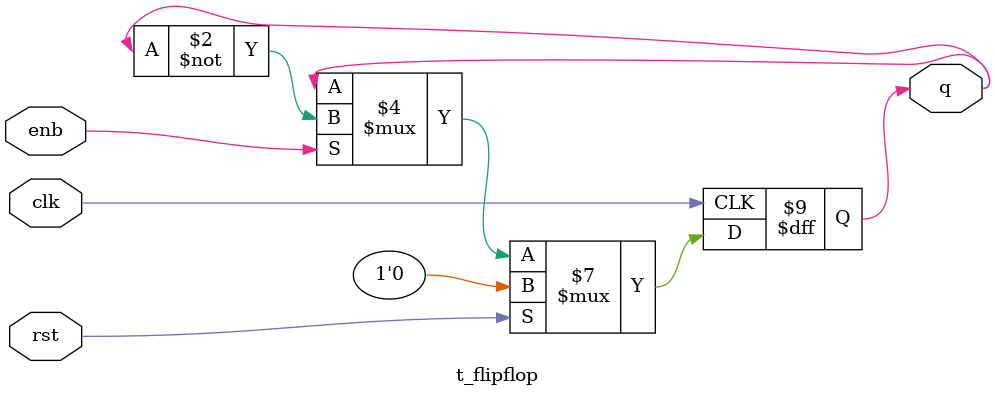
<source format=sv>
`timescale 1ns / 1ps


module t_flipflop(
    input logic clk, rst, enb,
    output logic q

    );

always @(posedge clk)
begin
    if(rst )
    q <= 0;
    else if (enb)
    q <= ~q;
    else q <= q;
end

endmodule

</source>
